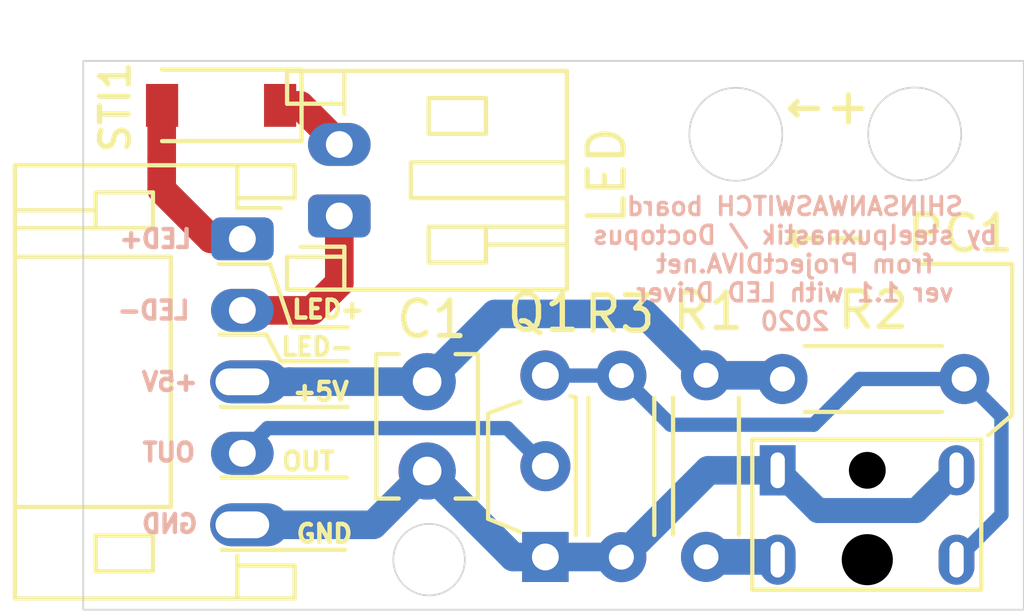
<source format=kicad_pcb>
(kicad_pcb (version 20210722) (generator pcbnew)
  (layers (0 "F.Cu" signal) (31 "B.Cu" signal) (34 "B.Paste" user) (35 "F.Paste" user) (36 "B.SilkS" user "B.Silkscreen") (37 "F.SilkS" user "F.Silkscreen") (38 "B.Mask" user) (39 "F.Mask" user) (44 "Edge.Cuts" user))
  (net 0 "")
  (net 1 "GND")
  (net 2 "Net-(D1-Pad1)")
  (net 3 "Net-(PC1-Pad2)")
  (net 4 "Net-(PC1-Pad3)")
  (net 5 "/OUT")
  (net 6 "/+12V")
  (net 7 "/GNDA")
  (net 8 "/+5V")
  (footprint "Capacitor_THT:C_Disc_D3.8mm_W2.6mm_P2.50mm" (layer "F.Cu") (at 137.47 86.22 90)
    (fp_text reference "C1" (at 4.245 0.13 180) (layer "F.SilkS"))
    (fp_text value "0.1uf" hide)
    (fp_line (start 3.27 0.795) (end 3.27 1.42) (layer "F.SilkS") (width 0.12))
    (fp_line (start -0.77 -1.42) (end -0.77 -0.795) (layer "F.SilkS") (width 0.12))
    (fp_line (start 3.27 -1.42) (end 3.27 -0.795) (layer "F.SilkS") (width 0.12))
    (fp_line (start -0.77 1.42) (end 3.27 1.42) (layer "F.SilkS") (width 0.12))
    (fp_line (start -0.77 0.795) (end -0.77 1.42) (layer "F.SilkS") (width 0.12))
    (fp_line (start -0.77 -1.42) (end 3.27 -1.42) (layer "F.SilkS") (width 0.12))
    (pad "1" thru_hole circle locked (at 0 0 90) (size 1.6 1.6) (drill 0.8) (layers *.Cu *.Mask) (net 1 "GND"))
    (pad "2" thru_hole circle locked (at 2.5 0 90) (size 1.6 1.6) (drill 0.8) (layers *.Cu *.Mask) (net 8 "/+5V"))
  )
  (footprint "Package_TO_SOT_THT:TO-92S_Wide" (layer "F.Cu") (at 140.775 88.625 90)
    (fp_text reference "Q1" (at 6.825 -0.05 180) (layer "F.SilkS"))
    (fp_text value "2SC5395")
    (fp_line (start 4.35 -0.7) (end 4.02 -1.6) (layer "F.SilkS") (width 0.12))
    (fp_line (start 0.62 0.85) (end 4.47 0.85) (layer "F.SilkS") (width 0.12))
    (fp_line (start 1.07 -1.6) (end 0.7 -0.7) (layer "F.SilkS") (width 0.12))
    (fp_line (start 4.47 0.85) (end 4.5 0.7) (layer "F.SilkS") (width 0.12))
    (fp_line (start 4.02 -1.6) (end 1.07 -1.6) (layer "F.SilkS") (width 0.12))
    (pad "1" thru_hole rect locked (at 0 0 90) (size 1.4 1.3) (drill 0.75) (layers *.Cu *.Mask) (net 1 "GND"))
    (pad "2" thru_hole circle locked (at 2.54 0 90) (size 1.4 1.4) (drill 0.75) (layers *.Cu *.Mask) (net 5 "/OUT"))
    (pad "3" thru_hole circle locked (at 5.08 0 90) (size 1.4 1.4) (drill 0.75) (layers *.Cu *.Mask) (net 4 "Net-(PC1-Pad3)"))
  )
  (footprint "Diode_SMD:D_SOD-123" (layer "F.Cu") (at 131.71 75.99 180)
    (fp_text reference "STI1" (at 2.96 -0.05 90) (layer "F.SilkS") (effects (font (size 0.8 0.8))))
    (fp_text value "NSI45020AT1G")
    (fp_line (start -2.25 -1) (end 1.65 -1) (layer "F.SilkS") (width 0.12))
    (fp_line (start -2.25 -1) (end -2.25 1) (layer "F.SilkS") (width 0.12))
    (fp_line (start -2.25 1) (end 1.65 1) (layer "F.SilkS") (width 0.12))
    (pad "1" smd rect locked (at -1.65 0 180) (size 0.9 1.2) (layers "F.Cu" "F.Paste" "F.Mask") (net 2 "Net-(D1-Pad1)"))
    (pad "2" smd rect locked (at 1.65 0 180) (size 0.9 1.2) (layers "F.Cu" "F.Paste" "F.Mask") (net 6 "/+12V"))
  )
  (footprint "Resistor_THT:R_Axial_DIN0204_L3.6mm_D1.6mm_P5.08mm_Horizontal" (layer "F.Cu") (at 145.265299 83.541846 -90)
    (fp_text reference "R1" (at -1.791846 -0.059701) (layer "F.SilkS"))
    (fp_text value "330")
    (fp_line (start 0.62 0.92) (end 4.46 0.92) (layer "F.SilkS") (width 0.12))
    (fp_line (start 0.62 -0.92) (end 4.46 -0.92) (layer "F.SilkS") (width 0.12))
    (pad "1" thru_hole circle locked (at 0 0 270) (size 1.4 1.4) (drill 0.7) (layers *.Cu *.Mask) (net 8 "/+5V"))
    (pad "2" thru_hole oval locked (at 5.08 0 270) (size 1.4 1.4) (drill 0.7) (layers *.Cu *.Mask) (net 3 "Net-(PC1-Pad2)"))
  )
  (footprint "Connector_JST:JST_PH_S2B-PH-K_1x02_P2.00mm_Horizontal" (layer "F.Cu") (at 135.015048 79.08416 90)
    (fp_text reference "LED" (at 1.125 7.475 270) (layer "F.SilkS"))
    (fp_text value "Conn_01x02_Female" hide)
    (fp_line (start 0.5 2) (end 1.5 2) (layer "F.SilkS") (width 0.12))
    (fp_line (start -2.06 0.14) (end -1.14 0.14) (layer "F.SilkS") (width 0.12))
    (fp_line (start -1.3 2.5) (end -1.3 4.1) (layer "F.SilkS") (width 0.12))
    (fp_line (start 2.3 2.5) (end 3.3 2.5) (layer "F.SilkS") (width 0.12))
    (fp_line (start -0.86 0.14) (end -0.86 -1.075) (layer "F.SilkS") (width 0.12))
    (fp_line (start 3.3 4.1) (end 2.3 4.1) (layer "F.SilkS") (width 0.12))
    (fp_line (start -0.8 4.1) (end -0.8 6.36) (layer "F.SilkS") (width 0.12))
    (fp_line (start -1.3 4.1) (end -0.3 4.1) (layer "F.SilkS") (width 0.12))
    (fp_line (start 2.3 4.1) (end 2.3 2.5) (layer "F.SilkS") (width 0.12))
    (fp_line (start -0.86 0.14) (end -1.14 0.14) (layer "F.SilkS") (width 0.12))
    (fp_line (start 3.14 0.14) (end 2.86 0.14) (layer "F.SilkS") (width 0.12))
    (fp_line (start -1.14 -1.46) (end -2.06 -1.46) (layer "F.SilkS") (width 0.12))
    (fp_line (start -2.06 -1.46) (end -2.06 6.36) (layer "F.SilkS") (width 0.12))
    (fp_line (start 4.06 0.14) (end 3.14 0.14) (layer "F.SilkS") (width 0.12))
    (fp_line (start -1.14 0.14) (end -1.14 -1.46) (layer "F.SilkS") (width 0.12))
    (fp_line (start -2.06 6.36) (end 4.06 6.36) (layer "F.SilkS") (width 0.12))
    (fp_line (start -0.3 2.5) (end -1.3 2.5) (layer "F.SilkS") (width 0.12))
    (fp_line (start 1.5 2) (end 1.5 6.36) (layer "F.SilkS") (width 0.12))
    (fp_line (start 0.5 6.36) (end 0.5 2) (layer "F.SilkS") (width 0.12))
    (fp_line (start 3.14 -1.46) (end 3.14 0.14) (layer "F.SilkS") (width 0.12))
    (fp_line (start -0.3 4.1) (end -0.3 6.36) (layer "F.SilkS") (width 0.12))
    (fp_line (start -0.3 4.1) (end -0.3 2.5) (layer "F.SilkS") (width 0.12))
    (fp_line (start 3.3 2.5) (end 3.3 4.1) (layer "F.SilkS") (width 0.12))
    (fp_line (start 4.06 6.36) (end 4.06 -1.46) (layer "F.SilkS") (width 0.12))
    (fp_line (start 4.06 -1.46) (end 3.14 -1.46) (layer "F.SilkS") (width 0.12))
    (pad "1" thru_hole roundrect locked (at 0 0 90) (size 1.2 1.75) (drill 0.75) (layers *.Cu *.Mask) (roundrect_rratio 0.2083333333) (net 7 "/GNDA"))
    (pad "2" thru_hole oval locked (at 2 0 90) (size 1.2 1.75) (drill 0.75) (layers *.Cu *.Mask) (net 2 "Net-(D1-Pad1)"))
  )
  (footprint "Resistor_THT:R_Axial_DIN0204_L3.6mm_D1.6mm_P5.08mm_Horizontal" (layer "F.Cu") (at 142.9 83.55 -90)
    (fp_text reference "R3" (at -1.725 0.05 180) (layer "F.SilkS"))
    (fp_text value "10K")
    (fp_line (start 0.62 0.92) (end 4.46 0.92) (layer "F.SilkS") (width 0.12))
    (fp_line (start 0.62 -0.92) (end 4.46 -0.92) (layer "F.SilkS") (width 0.12))
    (pad "1" thru_hole circle locked (at 0 0 270) (size 1.4 1.4) (drill 0.7) (layers *.Cu *.Mask) (net 4 "Net-(PC1-Pad3)"))
    (pad "2" thru_hole oval locked (at 5.08 0 270) (size 1.4 1.4) (drill 0.7) (layers *.Cu *.Mask) (net 1 "GND"))
  )
  (footprint "Connector_JST:JST_PH_S5B-PH-K_1x05_P2.00mm_Horizontal" (layer "F.Cu") (at 132.304628 79.725 -90)
    (fp_text reference "J1" hide)
    (fp_text value "Conn_01x05_Male" hide)
    (fp_line (start -2.06 6.36) (end 10.06 6.36) (layer "F.SilkS") (width 0.12))
    (fp_line (start -0.86 0.14) (end -1.14 0.14) (layer "F.SilkS") (width 0.12))
    (fp_line (start -0.8 4.1) (end -0.8 6.36) (layer "F.SilkS") (width 0.12))
    (fp_line (start -0.3 2.5) (end -1.3 2.5) (layer "F.SilkS") (width 0.12))
    (fp_line (start -0.3 4.1) (end -0.3 2.5) (layer "F.SilkS") (width 0.12))
    (fp_line (start 10.06 -1.46) (end 9.14 -1.46) (layer "F.SilkS") (width 0.12))
    (fp_line (start 8.3 4.1) (end 8.3 2.5) (layer "F.SilkS") (width 0.12))
    (fp_line (start -1.3 4.1) (end -0.3 4.1) (layer "F.SilkS") (width 0.12))
    (fp_line (start -2.06 0.14) (end -1.14 0.14) (layer "F.SilkS") (width 0.12))
    (fp_line (start 9.3 2.5) (end 9.3 4.1) (layer "F.SilkS") (width 0.12))
    (fp_line (start 0.5 2) (end 7.5 2) (layer "F.SilkS") (width 0.12))
    (fp_line (start 9.3 4.1) (end 8.3 4.1) (layer "F.SilkS") (width 0.12))
    (fp_line (start -1.3 2.5) (end -1.3 4.1) (layer "F.SilkS") (width 0.12))
    (fp_line (start -0.86 0.14) (end -0.86 -1.075) (layer "F.SilkS") (width 0.12))
    (fp_line (start 7.5 2) (end 7.5 6.36) (layer "F.SilkS") (width 0.12))
    (fp_line (start 9.14 -1.46) (end 9.14 0.14) (layer "F.SilkS") (width 0.12))
    (fp_line (start -2.06 -1.46) (end -2.06 6.36) (layer "F.SilkS") (width 0.12))
    (fp_line (start 9.14 0.14) (end 8.86 0.14) (layer "F.SilkS") (width 0.12))
    (fp_line (start -1.14 0.14) (end -1.14 -1.46) (layer "F.SilkS") (width 0.12))
    (fp_line (start 10.06 6.36) (end 10.06 -1.46) (layer "F.SilkS") (width 0.12))
    (fp_line (start 10.06 0.14) (end 9.14 0.14) (layer "F.SilkS") (width 0.12))
    (fp_line (start 0.5 6.36) (end 0.5 2) (layer "F.SilkS") (width 0.12))
    (fp_line (start 8.3 2.5) (end 9.3 2.5) (layer "F.SilkS") (width 0.12))
    (fp_line (start -1.14 -1.46) (end -2.06 -1.46) (layer "F.SilkS") (width 0.12))
    (fp_line (start -0.3 4.1) (end -0.3 6.36) (layer "F.SilkS") (width 0.12))
    (pad "1" thru_hole roundrect locked (at 0 0 270) (size 1.2 1.75) (drill 0.75) (layers *.Cu *.Mask) (roundrect_rratio 0.208) (net 6 "/+12V"))
    (pad "2" thru_hole oval locked (at 2 0 270) (size 1.2 1.75) (drill 0.75) (layers *.Cu *.Mask) (net 7 "/GNDA"))
    (pad "3" thru_hole oval locked (at 4 0 270) (size 1.2 2.2) (drill oval 0.75 1.5 (offset 0 -0.2)) (layers *.Cu *.Mask) (net 8 "/+5V"))
    (pad "4" thru_hole oval locked (at 6 0 270) (size 1.2 1.75) (drill 0.75) (layers *.Cu *.Mask) (net 5 "/OUT"))
    (pad "5" thru_hole oval locked (at 8 0 270) (size 1.2 2.2) (drill oval 0.75 1.5 (offset 0 -0.2)) (layers *.Cu *.Mask) (net 1 "GND"))
  )
  (footprint "RPI-221:RPI-352" (layer "F.Cu") (at 146.5 89.6)
    (fp_text reference "PC1" (at 5.875 -10.025 unlocked) (layer "F.SilkS"))
    (fp_text value "RPI-352")
    (fp_line (start 0.06 -4.26) (end 6.46 -4.26) (layer "F.SilkS") (width 0.12))
    (fp_line (start 6.46 -0.06) (end 0.06 -0.06) (layer "F.SilkS") (width 0.12))
    (fp_line (start 6.46 -4.26) (end 6.46 -0.06) (layer "F.SilkS") (width 0.12))
    (fp_line (start 0.06 -0.06) (end 0.06 -4.26) (layer "F.SilkS") (width 0.12))
    (pad "" np_thru_hole circle locked (at 3.275 -3.4) (size 1.03 1.03) (drill 1.03) (layers *.Mask))
    (pad "" np_thru_hole circle locked (at 3.275 -0.9) (size 1.43 1.43) (drill 1.43) (layers *.Mask))
    (pad "1" thru_hole rect locked (at 0.77 -3.4) (size 1 1.4) (drill oval 0.4 1) (layers *.Cu *.Mask) (net 1 "GND"))
    (pad "2" thru_hole oval locked (at 0.77 -0.9) (size 1 1.4) (drill oval 0.4 1) (layers *.Cu *.Mask) (net 3 "Net-(PC1-Pad2)"))
    (pad "3" thru_hole oval locked (at 5.77 -0.9) (size 1 1.4) (drill oval 0.4 1) (layers *.Cu *.Mask) (net 4 "Net-(PC1-Pad3)"))
    (pad "4" thru_hole oval locked (at 5.77 -3.4) (size 1 1.4) (drill oval 0.4 1) (layers *.Cu *.Mask) (net 1 "GND"))
  )
  (footprint "Resistor_THT:R_Axial_DIN0204_L3.6mm_D1.6mm_P5.08mm_Horizontal" (layer "F.Cu") (at 147.402511 83.645663)
    (fp_text reference "R2" (at 2.540845 -1.932197 180) (layer "F.SilkS"))
    (fp_text value "22K")
    (fp_line (start 0.62 -0.92) (end 4.46 -0.92) (layer "F.SilkS") (width 0.12))
    (fp_line (start 0.62 0.92) (end 4.46 0.92) (layer "F.SilkS") (width 0.12))
    (pad "1" thru_hole circle locked (at 0 0) (size 1.4 1.4) (drill 0.7) (layers *.Cu *.Mask) (net 8 "/+5V"))
    (pad "2" thru_hole oval locked (at 5.08 0) (size 1.4 1.4) (drill 0.7) (layers *.Cu *.Mask) (net 4 "Net-(PC1-Pad3)"))
  )
  (gr_line (start 135.175 88.425) (end 131.725 88.425) (layer "F.SilkS") (width 0.12))
  (gr_line (start 135.25 84.425) (end 131.7 84.425) (layer "F.SilkS") (width 0.12))
  (gr_line (start 131.65 80.425) (end 133.075 80.425) (layer "F.SilkS") (width 0.12))
  (gr_line (start 133.075 80.425) (end 133.675 82.2) (layer "F.SilkS") (width 0.12))
  (gr_line (start 132.975 82.4) (end 131.675 82.4) (layer "F.SilkS") (width 0.12))
  (gr_line (start 133.675 82.2) (end 135.25 82.2) (layer "F.SilkS") (width 0.12))
  (gr_line (start 133.375 83.15) (end 135.25 83.15) (layer "F.SilkS") (width 0.12))
  (gr_line (start 153.825 84.65) (end 153.825 80.425) (layer "F.SilkS") (width 0.12))
  (gr_line (start 153.825 80.425) (end 151.25 80.425) (layer "F.SilkS") (width 0.12))
  (gr_line (start 135.225 86.4) (end 131.725 86.4) (layer "F.SilkS") (width 0.12))
  (gr_line (start 132.975 82.4) (end 133.375 83.15) (layer "F.SilkS") (width 0.12))
  (gr_line (start 153.15 85.225) (end 153.825 84.65) (layer "F.SilkS") (width 0.12))
  (gr_rect (start 127.85651 74.746407) (end 154.15 90.1) (layer "Edge.Cuts") (width 0.05) (fill none))
  (gr_circle (center 146.1 76.8) (end 147.4 76.8) (layer "Edge.Cuts") (width 0.05) (fill none))
  (gr_circle (center 151.1 76.79) (end 152.4 76.79) (layer "Edge.Cuts") (width 0.05) (fill none))
  (gr_circle (center 137.525 88.7) (end 138.525 88.7) (layer "Edge.Cuts") (width 0.05) (fill none))
  (gr_text "GND" (at 130.275 87.7) (layer "B.SilkS") (effects (font (size 0.5 0.5) (thickness 0.125)) (justify mirror)))
  (gr_text "OUT" (at 130.25 85.7) (layer "B.SilkS") (effects (font (size 0.5 0.5) (thickness 0.125)) (justify mirror)))
  (gr_text "SHINSANWASWITCH board\nby steelpuxnastik / Doctopus\nfrom ProjectDIVA.net\nver 1.1 with LED Driver\n2020" (at 147.75 80.425) (layer "B.SilkS") (effects (font (size 0.5 0.5) (thickness 0.1)) (justify mirror)))
  (gr_text "LED+" (at 129.875 79.725) (layer "B.SilkS") (effects (font (size 0.5 0.5) (thickness 0.125)) (justify mirror)))
  (gr_text "LED-" (at 129.825 81.725) (layer "B.SilkS") (effects (font (size 0.5 0.5) (thickness 0.125)) (justify mirror)))
  (gr_text "+5V" (at 130.275 83.725) (layer "B.SilkS") (effects (font (size 0.5 0.5) (thickness 0.125)) (justify mirror)))
  (gr_text "LED+" (at 134.7 81.7) (layer "F.SilkS") (effects (font (size 0.5 0.5) (thickness 0.125))))
  (gr_text "LED-" (at 134.4 82.75) (layer "F.SilkS") (effects (font (size 0.5 0.5) (thickness 0.125))))
  (gr_text "←+" (at 148.625 76) (layer "F.SilkS") (effects (font (size 1 1))))
  (gr_text "←-" (at 148.6 79.65) (layer "F.SilkS") (effects (font (size 1 1))))
  (gr_text "OUT" (at 134.15 85.95) (layer "F.SilkS") (effects (font (size 0.5 0.5) (thickness 0.125))))
  (gr_text "+5V" (at 134.5 84) (layer "F.SilkS") (effects (font (size 0.5 0.5) (thickness 0.125))))
  (gr_text "GND" (at 134.6 87.975) (layer "F.SilkS") (effects (font (size 0.5 0.5) (thickness 0.125))))
  (segment (start 151.145 87.325) (end 148.395 87.325) (width 0.7) (layer "B.Cu") (net 1))
  (segment (start 148.395 87.325) (end 147.27 86.2) (width 0.7) (layer "B.Cu") (net 1))
  (segment (start 140.775 88.625) (end 139.875 88.625) (width 0.8) (layer "B.Cu") (net 1))
  (segment (start 142.9 88.63) (end 145.33 86.2) (width 0.8) (layer "B.Cu") (net 1))
  (segment (start 135.965 87.725) (end 137.47 86.22) (width 0.8) (layer "B.Cu") (net 1))
  (segment (start 140.775 88.625) (end 142.895 88.625) (width 0.8) (layer "B.Cu") (net 1))
  (segment (start 139.875 88.625) (end 137.47 86.22) (width 0.8) (layer "B.Cu") (net 1))
  (segment (start 145.33 86.2) (end 147.27 86.2) (width 0.8) (layer "B.Cu") (net 1))
  (segment (start 132.304628 87.725) (end 135.965 87.725) (width 0.8) (layer "B.Cu") (net 1))
  (segment (start 152.27 86.2) (end 151.145 87.325) (width 0.7) (layer "B.Cu") (net 1))
  (segment (start 142.895 88.625) (end 142.9 88.63) (width 0.7) (layer "B.Cu") (net 1))
  (segment (start 133.36 75.99) (end 133.920888 75.99) (width 0.8) (layer "F.Cu") (net 2))
  (segment (start 133.920888 75.99) (end 135.015048 77.08416) (width 0.8) (layer "F.Cu") (net 2))
  (segment (start 145.265299 88.621846) (end 147.191846 88.621846) (width 1) (layer "B.Cu") (net 3))
  (segment (start 152.27 88.7) (end 153.525 87.445) (width 0.4) (layer "B.Cu") (net 4))
  (segment (start 149.554337 83.645663) (end 148.275 84.925) (width 0.4) (layer "B.Cu") (net 4))
  (segment (start 153.525 87.445) (end 153.525 84.688152) (width 0.4) (layer "B.Cu") (net 4))
  (segment (start 140.78 83.55) (end 140.775 83.545) (width 0.4) (layer "B.Cu") (net 4))
  (segment (start 153.525 84.688152) (end 152.482511 83.645663) (width 0.4) (layer "B.Cu") (net 4))
  (segment (start 148.275 84.925) (end 144.275 84.925) (width 0.4) (layer "B.Cu") (net 4))
  (segment (start 144.275 84.925) (end 142.9 83.55) (width 0.4) (layer "B.Cu") (net 4))
  (segment (start 142.9 83.55) (end 140.78 83.55) (width 0.4) (layer "B.Cu") (net 4))
  (segment (start 152.482511 83.645663) (end 149.554337 83.645663) (width 0.4) (layer "B.Cu") (net 4))
  (segment (start 142.9 83.55) (end 142.64 83.55) (width 0.4) (layer "B.Cu") (net 4))
  (segment (start 132.304628 85.725) (end 133.009629 85.019999) (width 0.4) (layer "B.Cu") (net 5))
  (segment (start 133.009629 85.019999) (end 139.709999 85.019999) (width 0.4) (layer "B.Cu") (net 5))
  (segment (start 139.709999 85.019999) (end 140.775 86.085) (width 0.4) (layer "B.Cu") (net 5))
  (segment (start 130.05 78.35) (end 130.05 77.470372) (width 0.8) (layer "F.Cu") (net 6))
  (segment (start 132.304628 79.725) (end 131.425 79.725) (width 0.8) (layer "F.Cu") (net 6))
  (segment (start 130.05 75.99) (end 130.05 77.470372) (width 0.8) (layer "F.Cu") (net 6))
  (segment (start 131.425 79.725) (end 130.05 78.35) (width 0.8) (layer "F.Cu") (net 6))
  (segment (start 134.25 81.725) (end 135.015048 80.959952) (width 0.8) (layer "F.Cu") (net 7))
  (segment (start 135.015048 80.959952) (end 135.015048 79.08416) (width 0.8) (layer "F.Cu") (net 7))
  (segment (start 132.304628 81.725) (end 134.25 81.725) (width 0.8) (layer "F.Cu") (net 7))
  (segment (start 137.47 83.72) (end 139.365 81.825) (width 0.8) (layer "B.Cu") (net 8))
  (segment (start 133.62 83.72) (end 133.615 83.725) (width 0.8) (layer "B.Cu") (net 8))
  (segment (start 147.298694 83.541846) (end 147.402511 83.645663) (width 0.7) (layer "B.Cu") (net 8))
  (segment (start 133.615 83.725) (end 132.304628 83.725) (width 0.8) (layer "B.Cu") (net 8))
  (segment (start 143.548453 81.825) (end 145.265299 83.541846) (width 0.8) (layer "B.Cu") (net 8))
  (segment (start 139.365 81.825) (end 143.548453 81.825) (width 0.8) (layer "B.Cu") (net 8))
  (segment (start 145.265299 83.541846) (end 147.298694 83.541846) (width 0.8) (layer "B.Cu") (net 8))
  (segment (start 137.47 83.72) (end 133.62 83.72) (width 0.8) (layer "B.Cu") (net 8))
)
</source>
